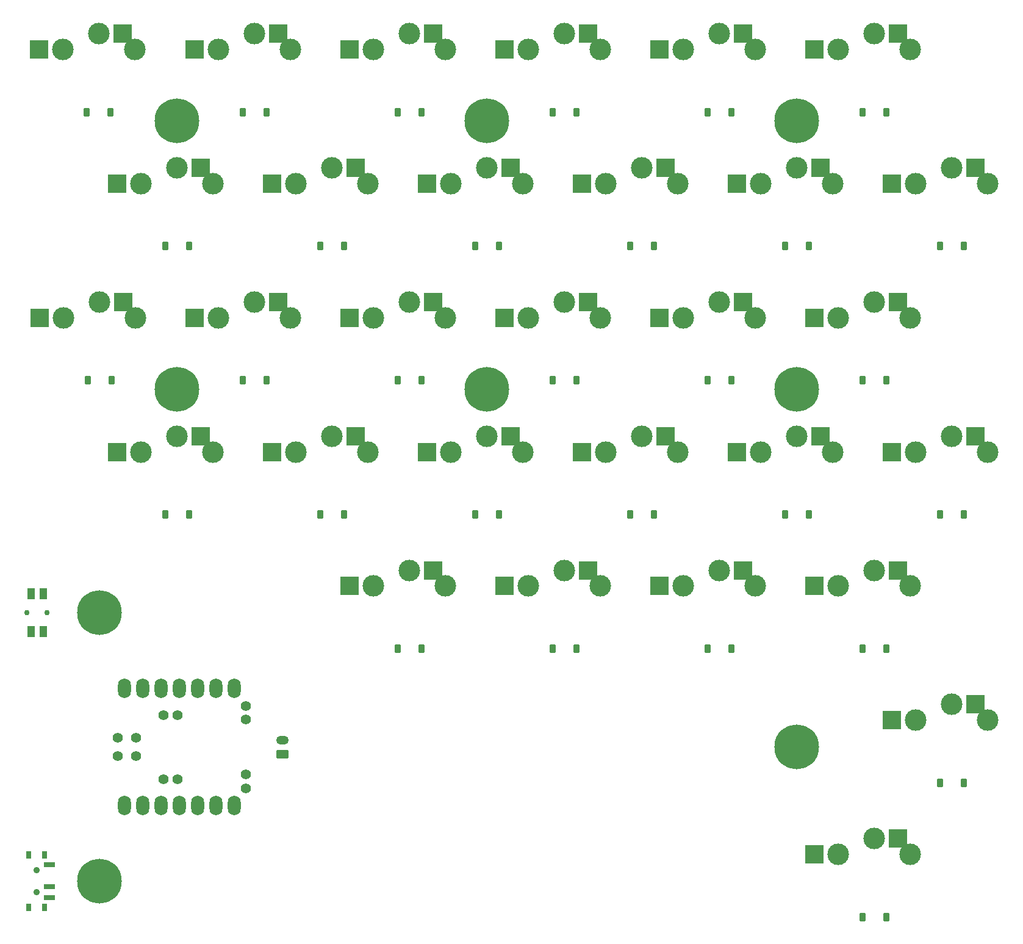
<source format=gts>
%TF.GenerationSoftware,KiCad,Pcbnew,7.0.9*%
%TF.CreationDate,2024-02-04T22:05:17+05:30*%
%TF.ProjectId,Reversible Keyboard,52657665-7273-4696-926c-65204b657962,rev?*%
%TF.SameCoordinates,Original*%
%TF.FileFunction,Soldermask,Top*%
%TF.FilePolarity,Negative*%
%FSLAX46Y46*%
G04 Gerber Fmt 4.6, Leading zero omitted, Abs format (unit mm)*
G04 Created by KiCad (PCBNEW 7.0.9) date 2024-02-04 22:05:17*
%MOMM*%
%LPD*%
G01*
G04 APERTURE LIST*
G04 Aperture macros list*
%AMRoundRect*
0 Rectangle with rounded corners*
0 $1 Rounding radius*
0 $2 $3 $4 $5 $6 $7 $8 $9 X,Y pos of 4 corners*
0 Add a 4 corners polygon primitive as box body*
4,1,4,$2,$3,$4,$5,$6,$7,$8,$9,$2,$3,0*
0 Add four circle primitives for the rounded corners*
1,1,$1+$1,$2,$3*
1,1,$1+$1,$4,$5*
1,1,$1+$1,$6,$7*
1,1,$1+$1,$8,$9*
0 Add four rect primitives between the rounded corners*
20,1,$1+$1,$2,$3,$4,$5,0*
20,1,$1+$1,$4,$5,$6,$7,0*
20,1,$1+$1,$6,$7,$8,$9,0*
20,1,$1+$1,$8,$9,$2,$3,0*%
G04 Aperture macros list end*
%ADD10RoundRect,0.250000X0.625000X-0.350000X0.625000X0.350000X-0.625000X0.350000X-0.625000X-0.350000X0*%
%ADD11O,1.750000X1.200000*%
%ADD12R,0.800000X1.000000*%
%ADD13R,1.500000X0.700000*%
%ADD14R,1.000000X1.550000*%
%ADD15C,3.000000*%
%ADD16R,2.600000X2.600000*%
%ADD17RoundRect,0.225000X0.225000X0.375000X-0.225000X0.375000X-0.225000X-0.375000X0.225000X-0.375000X0*%
%ADD18C,6.200000*%
%ADD19O,1.800000X2.750000*%
%ADD20C,1.397000*%
%ADD21C,0.750000*%
%ADD22C,0.900000*%
G04 APERTURE END LIST*
D10*
%TO.C,BT1*%
X79111058Y-137573846D03*
D11*
X79111058Y-135573846D03*
%TD*%
D12*
%TO.C,SW3*%
X46131630Y-151513000D03*
X43921630Y-151513000D03*
X46131630Y-158813000D03*
X43921630Y-158813000D03*
D13*
X46781630Y-152913000D03*
X46781630Y-155913000D03*
X46781630Y-157413000D03*
%TD*%
D14*
%TO.C,SW1*%
X44196940Y-120548880D03*
X44196940Y-115298880D03*
X45896940Y-120548880D03*
X45896940Y-115298880D03*
%TD*%
D15*
%TO.C,S26*%
X123250000Y-114223880D03*
X118250000Y-112023880D03*
X113250000Y-114223880D03*
D16*
X109950000Y-114223880D03*
X121550000Y-112023880D03*
%TD*%
D17*
%TO.C,D7*%
X119900000Y-48445640D03*
X116600000Y-48445640D03*
%TD*%
D15*
%TO.C,S3*%
X101750000Y-39745640D03*
X96750000Y-37545640D03*
X91750000Y-39745640D03*
D16*
X88450000Y-39745640D03*
X100050000Y-37545640D03*
%TD*%
D17*
%TO.C,D19*%
X130650000Y-67065200D03*
X127350000Y-67065200D03*
%TD*%
%TO.C,D55*%
X162900000Y-122923880D03*
X159600000Y-122923880D03*
%TD*%
%TO.C,D27*%
X76900000Y-85684760D03*
X73600000Y-85684760D03*
%TD*%
D15*
%TO.C,S22*%
X134000000Y-95604320D03*
X129000000Y-93404320D03*
X124000000Y-95604320D03*
D16*
X120700000Y-95604320D03*
X132300000Y-93404320D03*
%TD*%
D15*
%TO.C,S10*%
X134000000Y-58365200D03*
X129000000Y-56165200D03*
X124000000Y-58365200D03*
D16*
X120700000Y-58365200D03*
X132300000Y-56165200D03*
%TD*%
D17*
%TO.C,D47*%
X173650000Y-104304320D03*
X170350000Y-104304320D03*
%TD*%
D15*
%TO.C,S24*%
X177000000Y-95604320D03*
X172000000Y-93404320D03*
X167000000Y-95604320D03*
D16*
X163700000Y-95604320D03*
X175300000Y-93404320D03*
%TD*%
D17*
%TO.C,D9*%
X141400000Y-48445640D03*
X138100000Y-48445640D03*
%TD*%
%TO.C,D33*%
X141400000Y-85684760D03*
X138100000Y-85684760D03*
%TD*%
%TO.C,D15*%
X87650000Y-67065200D03*
X84350000Y-67065200D03*
%TD*%
D18*
%TO.C,H6*%
X150500224Y-86891280D03*
%TD*%
D15*
%TO.C,S29*%
X177000000Y-132843440D03*
X172000000Y-130643440D03*
X167000000Y-132843440D03*
D16*
X163700000Y-132843440D03*
X175300000Y-130643440D03*
%TD*%
D15*
%TO.C,S17*%
X144750000Y-76984760D03*
X139750000Y-74784760D03*
X134750000Y-76984760D03*
D16*
X131450000Y-76984760D03*
X143050000Y-74784760D03*
%TD*%
D15*
%TO.C,S18*%
X166250000Y-76984760D03*
X161250000Y-74784760D03*
X156250000Y-76984760D03*
D16*
X152950000Y-76984760D03*
X164550000Y-74784760D03*
%TD*%
D18*
%TO.C,H1*%
X64500096Y-49652160D03*
%TD*%
D15*
%TO.C,S14*%
X80250000Y-76984760D03*
X75250000Y-74784760D03*
X70250000Y-76984760D03*
D16*
X66950000Y-76984760D03*
X78550000Y-74784760D03*
%TD*%
D18*
%TO.C,H9*%
X150500224Y-136543440D03*
%TD*%
D17*
%TO.C,D21*%
X152150000Y-67065200D03*
X148850000Y-67065200D03*
%TD*%
%TO.C,D11*%
X162900000Y-48445640D03*
X159600000Y-48445640D03*
%TD*%
%TO.C,D49*%
X98400000Y-122923880D03*
X95100000Y-122923880D03*
%TD*%
D15*
%TO.C,S23*%
X155500000Y-95604320D03*
X150500000Y-93404320D03*
X145500000Y-95604320D03*
D16*
X142200000Y-95604320D03*
X153800000Y-93404320D03*
%TD*%
D17*
%TO.C,D45*%
X152150000Y-104304320D03*
X148850000Y-104304320D03*
%TD*%
D18*
%TO.C,H7*%
X53750080Y-117923880D03*
%TD*%
D17*
%TO.C,D35*%
X162900000Y-85684760D03*
X159600000Y-85684760D03*
%TD*%
D15*
%TO.C,S11*%
X155500000Y-58365200D03*
X150500000Y-56165200D03*
X145500000Y-58365200D03*
D16*
X142200000Y-58365200D03*
X153800000Y-56165200D03*
%TD*%
D15*
%TO.C,S21*%
X112500000Y-95604320D03*
X107500000Y-93404320D03*
X102500000Y-95604320D03*
D16*
X99200000Y-95604320D03*
X110800000Y-93404320D03*
%TD*%
D15*
%TO.C,S19*%
X69500000Y-95604320D03*
X64500000Y-93404320D03*
X59500000Y-95604320D03*
D16*
X56200000Y-95604320D03*
X67800000Y-93404320D03*
%TD*%
D15*
%TO.C,S5*%
X144750000Y-39745640D03*
X139750000Y-37545640D03*
X134750000Y-39745640D03*
D16*
X131450000Y-39745640D03*
X143050000Y-37545640D03*
%TD*%
D18*
%TO.C,H5*%
X150500224Y-49652160D03*
%TD*%
D17*
%TO.C,D1*%
X55275000Y-48445640D03*
X51975000Y-48445640D03*
%TD*%
D15*
%TO.C,S6*%
X166250000Y-39745640D03*
X161250000Y-37545640D03*
X156250000Y-39745640D03*
D16*
X152950000Y-39745640D03*
X164550000Y-37545640D03*
%TD*%
D15*
%TO.C,S9*%
X112500000Y-58365200D03*
X107500000Y-56165200D03*
X102500000Y-58365200D03*
D16*
X99200000Y-58365200D03*
X110800000Y-56165200D03*
%TD*%
D15*
%TO.C,S27*%
X144750000Y-114223880D03*
X139750000Y-112023880D03*
X134750000Y-114223880D03*
D16*
X131450000Y-114223880D03*
X143050000Y-112023880D03*
%TD*%
D15*
%TO.C,S28*%
X166250000Y-114223880D03*
X161250000Y-112023880D03*
X156250000Y-114223880D03*
D16*
X152950000Y-114223880D03*
X164550000Y-112023880D03*
%TD*%
D18*
%TO.C,H8*%
X53750080Y-155163000D03*
%TD*%
D17*
%TO.C,D29*%
X98400000Y-85684760D03*
X95100000Y-85684760D03*
%TD*%
D15*
%TO.C,S30*%
X166250000Y-151463000D03*
X161250000Y-149263000D03*
X156250000Y-151463000D03*
D16*
X152950000Y-151463000D03*
X164550000Y-149263000D03*
%TD*%
D15*
%TO.C,S25*%
X101750000Y-114223880D03*
X96750000Y-112023880D03*
X91750000Y-114223880D03*
D16*
X88450000Y-114223880D03*
X100050000Y-112023880D03*
%TD*%
D17*
%TO.C,D3*%
X76900000Y-48445640D03*
X73600000Y-48445640D03*
%TD*%
D15*
%TO.C,S20*%
X91000000Y-95604320D03*
X86000000Y-93404320D03*
X81000000Y-95604320D03*
D16*
X77700000Y-95604320D03*
X89300000Y-93404320D03*
%TD*%
D17*
%TO.C,D5*%
X98400000Y-48445640D03*
X95100000Y-48445640D03*
%TD*%
%TO.C,D23*%
X173650000Y-67065200D03*
X170350000Y-67065200D03*
%TD*%
%TO.C,D13*%
X66150000Y-67065200D03*
X62850000Y-67065200D03*
%TD*%
D18*
%TO.C,H3*%
X107500160Y-49652160D03*
%TD*%
%TO.C,H2*%
X64500096Y-86891280D03*
%TD*%
D15*
%TO.C,S15*%
X101750000Y-76984760D03*
X96750000Y-74784760D03*
X91750000Y-76984760D03*
D16*
X88450000Y-76984760D03*
X100050000Y-74784760D03*
%TD*%
D15*
%TO.C,S12*%
X177000000Y-58365200D03*
X172000000Y-56165200D03*
X167000000Y-58365200D03*
D16*
X163700000Y-58365200D03*
X175300000Y-56165200D03*
%TD*%
D15*
%TO.C,S7*%
X69500000Y-58365200D03*
X64500000Y-56165200D03*
X59500000Y-58365200D03*
D16*
X56200000Y-58365200D03*
X67800000Y-56165200D03*
%TD*%
D17*
%TO.C,D41*%
X109150000Y-104304320D03*
X105850000Y-104304320D03*
%TD*%
D18*
%TO.C,H4*%
X107500160Y-86891280D03*
%TD*%
D17*
%TO.C,D37*%
X66150000Y-104304320D03*
X62850000Y-104304320D03*
%TD*%
%TO.C,D25*%
X55400000Y-85684760D03*
X52100000Y-85684760D03*
%TD*%
%TO.C,D17*%
X109150000Y-67065200D03*
X105850000Y-67065200D03*
%TD*%
%TO.C,D59*%
X162900000Y-160163000D03*
X159600000Y-160163000D03*
%TD*%
D15*
%TO.C,S13*%
X58750000Y-76984760D03*
X53750000Y-74784760D03*
X48750000Y-76984760D03*
D16*
X45450000Y-76984760D03*
X57050000Y-74784760D03*
%TD*%
D15*
%TO.C,S2*%
X80250000Y-39745640D03*
X75250000Y-37545640D03*
X70250000Y-39745640D03*
D16*
X66950000Y-39745640D03*
X78550000Y-37545640D03*
%TD*%
D17*
%TO.C,D39*%
X87650000Y-104304320D03*
X84350000Y-104304320D03*
%TD*%
%TO.C,D53*%
X141400000Y-122923880D03*
X138100000Y-122923880D03*
%TD*%
D15*
%TO.C,S4*%
X123250000Y-39745640D03*
X118250000Y-37545640D03*
X113250000Y-39745640D03*
D16*
X109950000Y-39745640D03*
X121550000Y-37545640D03*
%TD*%
D19*
%TO.C,U2*%
X57216034Y-144638400D03*
X59756034Y-144638400D03*
X62296034Y-144638400D03*
X64836034Y-144638400D03*
X67376034Y-144638400D03*
X69916034Y-144638400D03*
X72456034Y-144638400D03*
X72456034Y-128448480D03*
X69916034Y-128448480D03*
X67376034Y-128448480D03*
X64836034Y-128448480D03*
X62296034Y-128448480D03*
X59756034Y-128448480D03*
X57216034Y-128448480D03*
D20*
X64519034Y-140988440D03*
X62614034Y-140988440D03*
X74044034Y-132733440D03*
X74044034Y-130828440D03*
%TD*%
D17*
%TO.C,D57*%
X173650000Y-141543440D03*
X170350000Y-141543440D03*
%TD*%
%TO.C,D31*%
X119900000Y-85684760D03*
X116600000Y-85684760D03*
%TD*%
D15*
%TO.C,S1*%
X58625000Y-39745640D03*
X53625000Y-37545640D03*
X48625000Y-39745640D03*
D16*
X45325000Y-39745640D03*
X56925000Y-37545640D03*
%TD*%
D17*
%TO.C,D51*%
X119900000Y-122923880D03*
X116600000Y-122923880D03*
%TD*%
%TO.C,D43*%
X130650000Y-104304320D03*
X127350000Y-104304320D03*
%TD*%
D15*
%TO.C,S8*%
X91000000Y-58365200D03*
X86000000Y-56165200D03*
X81000000Y-58365200D03*
D16*
X77700000Y-58365200D03*
X89300000Y-56165200D03*
%TD*%
D15*
%TO.C,S16*%
X123250000Y-76984760D03*
X118250000Y-74784760D03*
X113250000Y-76984760D03*
D16*
X109950000Y-76984760D03*
X121550000Y-74784760D03*
%TD*%
D20*
%TO.C,U1*%
X56264034Y-135273440D03*
X56264034Y-137813440D03*
X58804034Y-135273440D03*
X58804034Y-137813440D03*
X64519034Y-132098440D03*
X62614034Y-132098440D03*
X74044034Y-140353440D03*
X74044034Y-142258440D03*
%TD*%
D21*
%TO.C,SW2*%
X46421940Y-117923880D03*
X43671940Y-117923880D03*
%TD*%
D22*
%TO.C,SW4*%
X45021630Y-156663000D03*
X45021630Y-153663000D03*
%TD*%
M02*

</source>
